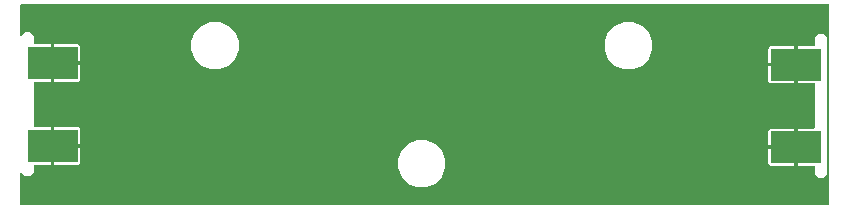
<source format=gbr>
G04 EAGLE Gerber RS-274X export*
G75*
%MOMM*%
%FSLAX34Y34*%
%LPD*%
%INBottom Copper*%
%IPPOS*%
%AMOC8*
5,1,8,0,0,1.08239X$1,22.5*%
G01*
%ADD10R,4.191000X2.667000*%

G36*
X689194Y5085D02*
X689194Y5085D01*
X689219Y5082D01*
X689314Y5104D01*
X689411Y5120D01*
X689432Y5132D01*
X689456Y5138D01*
X689540Y5189D01*
X689626Y5235D01*
X689643Y5253D01*
X689664Y5266D01*
X689726Y5342D01*
X689793Y5413D01*
X689803Y5436D01*
X689819Y5455D01*
X689853Y5546D01*
X689894Y5636D01*
X689896Y5660D01*
X689905Y5683D01*
X689919Y5830D01*
X689919Y174170D01*
X689915Y174194D01*
X689918Y174219D01*
X689896Y174314D01*
X689880Y174411D01*
X689868Y174432D01*
X689862Y174456D01*
X689811Y174540D01*
X689765Y174626D01*
X689747Y174643D01*
X689734Y174664D01*
X689658Y174726D01*
X689587Y174793D01*
X689564Y174803D01*
X689545Y174819D01*
X689454Y174853D01*
X689364Y174894D01*
X689340Y174896D01*
X689317Y174905D01*
X689170Y174919D01*
X5830Y174919D01*
X5806Y174915D01*
X5781Y174918D01*
X5686Y174896D01*
X5589Y174880D01*
X5568Y174868D01*
X5544Y174862D01*
X5460Y174811D01*
X5374Y174765D01*
X5357Y174747D01*
X5336Y174734D01*
X5274Y174658D01*
X5207Y174587D01*
X5197Y174564D01*
X5181Y174545D01*
X5147Y174454D01*
X5106Y174364D01*
X5104Y174340D01*
X5095Y174317D01*
X5081Y174170D01*
X5081Y148695D01*
X5093Y148622D01*
X5095Y148549D01*
X5112Y148503D01*
X5120Y148454D01*
X5155Y148389D01*
X5181Y148320D01*
X5212Y148282D01*
X5235Y148239D01*
X5289Y148189D01*
X5336Y148132D01*
X5377Y148106D01*
X5413Y148072D01*
X5480Y148042D01*
X5543Y148003D01*
X5591Y147992D01*
X5636Y147971D01*
X5709Y147964D01*
X5780Y147947D01*
X5829Y147952D01*
X5879Y147947D01*
X5950Y147964D01*
X6023Y147971D01*
X6068Y147991D01*
X6116Y148002D01*
X6179Y148041D01*
X6246Y148071D01*
X6302Y148118D01*
X6324Y148131D01*
X6334Y148144D01*
X6360Y148165D01*
X9326Y151131D01*
X13534Y151131D01*
X16511Y148154D01*
X16511Y141741D01*
X16515Y141717D01*
X16512Y141692D01*
X16534Y141597D01*
X16550Y141500D01*
X16562Y141479D01*
X16568Y141455D01*
X16619Y141371D01*
X16665Y141285D01*
X16683Y141268D01*
X16696Y141247D01*
X16772Y141185D01*
X16843Y141118D01*
X16866Y141108D01*
X16885Y141092D01*
X16976Y141058D01*
X17066Y141017D01*
X17090Y141015D01*
X17113Y141006D01*
X17260Y140992D01*
X31085Y140992D01*
X31085Y125866D01*
X31089Y125842D01*
X31086Y125818D01*
X31109Y125722D01*
X31125Y125625D01*
X31136Y125604D01*
X31142Y125580D01*
X31193Y125497D01*
X31240Y125410D01*
X31257Y125393D01*
X31270Y125373D01*
X31346Y125310D01*
X31418Y125243D01*
X31440Y125233D01*
X31459Y125218D01*
X31550Y125183D01*
X31640Y125142D01*
X31664Y125140D01*
X31687Y125131D01*
X31834Y125117D01*
X32585Y125117D01*
X32585Y125115D01*
X31834Y125115D01*
X31810Y125111D01*
X31786Y125114D01*
X31690Y125091D01*
X31593Y125075D01*
X31572Y125064D01*
X31548Y125058D01*
X31464Y125007D01*
X31378Y124960D01*
X31361Y124943D01*
X31341Y124930D01*
X31278Y124854D01*
X31211Y124782D01*
X31201Y124760D01*
X31186Y124741D01*
X31151Y124650D01*
X31110Y124560D01*
X31108Y124536D01*
X31099Y124513D01*
X31085Y124366D01*
X31085Y109240D01*
X17260Y109240D01*
X17236Y109236D01*
X17211Y109239D01*
X17116Y109217D01*
X17019Y109201D01*
X16998Y109189D01*
X16974Y109183D01*
X16890Y109132D01*
X16804Y109086D01*
X16787Y109068D01*
X16766Y109055D01*
X16704Y108979D01*
X16637Y108908D01*
X16627Y108885D01*
X16611Y108866D01*
X16577Y108775D01*
X16536Y108685D01*
X16534Y108661D01*
X16525Y108638D01*
X16511Y108491D01*
X16511Y71849D01*
X16515Y71825D01*
X16512Y71800D01*
X16534Y71705D01*
X16550Y71608D01*
X16562Y71587D01*
X16568Y71563D01*
X16619Y71479D01*
X16665Y71393D01*
X16683Y71376D01*
X16696Y71355D01*
X16772Y71293D01*
X16843Y71226D01*
X16866Y71216D01*
X16885Y71200D01*
X16976Y71166D01*
X17066Y71125D01*
X17090Y71123D01*
X17113Y71114D01*
X17260Y71100D01*
X31085Y71100D01*
X31085Y55974D01*
X31089Y55950D01*
X31086Y55926D01*
X31109Y55830D01*
X31125Y55733D01*
X31136Y55712D01*
X31142Y55688D01*
X31193Y55605D01*
X31240Y55518D01*
X31257Y55501D01*
X31270Y55481D01*
X31346Y55418D01*
X31418Y55351D01*
X31440Y55341D01*
X31459Y55326D01*
X31550Y55291D01*
X31640Y55250D01*
X31664Y55248D01*
X31687Y55239D01*
X31834Y55225D01*
X32585Y55225D01*
X32585Y55223D01*
X31834Y55223D01*
X31810Y55219D01*
X31786Y55222D01*
X31690Y55199D01*
X31593Y55183D01*
X31572Y55172D01*
X31548Y55166D01*
X31464Y55115D01*
X31378Y55068D01*
X31361Y55051D01*
X31341Y55038D01*
X31278Y54962D01*
X31211Y54890D01*
X31201Y54868D01*
X31186Y54849D01*
X31151Y54758D01*
X31110Y54668D01*
X31108Y54644D01*
X31099Y54621D01*
X31085Y54474D01*
X31085Y39348D01*
X17260Y39348D01*
X17236Y39344D01*
X17211Y39347D01*
X17116Y39325D01*
X17019Y39309D01*
X16998Y39297D01*
X16974Y39291D01*
X16890Y39240D01*
X16804Y39194D01*
X16787Y39176D01*
X16766Y39163D01*
X16704Y39087D01*
X16637Y39016D01*
X16627Y38993D01*
X16611Y38974D01*
X16577Y38883D01*
X16536Y38793D01*
X16534Y38769D01*
X16525Y38746D01*
X16511Y38599D01*
X16511Y32186D01*
X13534Y29209D01*
X9326Y29209D01*
X6360Y32175D01*
X6300Y32218D01*
X6246Y32268D01*
X6202Y32288D01*
X6161Y32317D01*
X6091Y32338D01*
X6024Y32369D01*
X5975Y32374D01*
X5928Y32388D01*
X5855Y32386D01*
X5781Y32393D01*
X5733Y32382D01*
X5684Y32380D01*
X5615Y32354D01*
X5544Y32338D01*
X5502Y32312D01*
X5456Y32294D01*
X5399Y32248D01*
X5336Y32209D01*
X5305Y32171D01*
X5267Y32140D01*
X5228Y32077D01*
X5181Y32020D01*
X5164Y31974D01*
X5138Y31932D01*
X5121Y31861D01*
X5095Y31792D01*
X5088Y31719D01*
X5082Y31695D01*
X5084Y31678D01*
X5081Y31645D01*
X5081Y5830D01*
X5085Y5806D01*
X5082Y5781D01*
X5104Y5686D01*
X5120Y5589D01*
X5132Y5568D01*
X5138Y5544D01*
X5189Y5460D01*
X5235Y5374D01*
X5253Y5357D01*
X5266Y5336D01*
X5342Y5274D01*
X5413Y5207D01*
X5436Y5197D01*
X5455Y5181D01*
X5546Y5147D01*
X5636Y5106D01*
X5660Y5104D01*
X5683Y5095D01*
X5830Y5081D01*
X689170Y5081D01*
X689194Y5085D01*
G37*
%LPC*%
G36*
X681156Y27939D02*
X681156Y27939D01*
X678179Y30916D01*
X678179Y37329D01*
X678177Y37342D01*
X678178Y37347D01*
X678176Y37356D01*
X678178Y37378D01*
X678156Y37473D01*
X678140Y37570D01*
X678128Y37591D01*
X678122Y37615D01*
X678071Y37699D01*
X678025Y37785D01*
X678007Y37802D01*
X677994Y37823D01*
X677918Y37885D01*
X677847Y37952D01*
X677824Y37962D01*
X677805Y37978D01*
X677714Y38012D01*
X677624Y38053D01*
X677600Y38055D01*
X677577Y38064D01*
X677430Y38078D01*
X663605Y38078D01*
X663605Y53204D01*
X663601Y53228D01*
X663604Y53252D01*
X663581Y53348D01*
X663565Y53445D01*
X663554Y53466D01*
X663548Y53490D01*
X663497Y53573D01*
X663450Y53660D01*
X663433Y53677D01*
X663420Y53697D01*
X663344Y53760D01*
X663272Y53827D01*
X663250Y53837D01*
X663231Y53852D01*
X663140Y53887D01*
X663050Y53928D01*
X663026Y53930D01*
X663003Y53939D01*
X662856Y53953D01*
X662105Y53953D01*
X662105Y53955D01*
X662856Y53955D01*
X662880Y53959D01*
X662904Y53956D01*
X663000Y53979D01*
X663097Y53995D01*
X663118Y54006D01*
X663142Y54012D01*
X663225Y54063D01*
X663312Y54110D01*
X663329Y54127D01*
X663349Y54140D01*
X663412Y54216D01*
X663479Y54288D01*
X663489Y54310D01*
X663504Y54329D01*
X663539Y54420D01*
X663580Y54510D01*
X663582Y54534D01*
X663591Y54557D01*
X663605Y54704D01*
X663605Y69830D01*
X677430Y69830D01*
X677454Y69834D01*
X677479Y69831D01*
X677574Y69853D01*
X677671Y69869D01*
X677692Y69881D01*
X677716Y69887D01*
X677800Y69938D01*
X677886Y69984D01*
X677903Y70002D01*
X677924Y70015D01*
X677986Y70091D01*
X678053Y70162D01*
X678063Y70185D01*
X678079Y70204D01*
X678113Y70295D01*
X678154Y70385D01*
X678156Y70409D01*
X678165Y70432D01*
X678179Y70579D01*
X678179Y107221D01*
X678175Y107245D01*
X678178Y107270D01*
X678156Y107365D01*
X678140Y107462D01*
X678128Y107483D01*
X678122Y107507D01*
X678071Y107591D01*
X678025Y107677D01*
X678007Y107694D01*
X677994Y107715D01*
X677918Y107777D01*
X677847Y107844D01*
X677824Y107854D01*
X677805Y107870D01*
X677714Y107904D01*
X677624Y107945D01*
X677600Y107947D01*
X677577Y107956D01*
X677430Y107970D01*
X663605Y107970D01*
X663605Y123096D01*
X663601Y123120D01*
X663604Y123144D01*
X663581Y123240D01*
X663565Y123337D01*
X663554Y123358D01*
X663548Y123382D01*
X663497Y123465D01*
X663450Y123552D01*
X663433Y123569D01*
X663420Y123589D01*
X663344Y123652D01*
X663272Y123719D01*
X663250Y123729D01*
X663231Y123744D01*
X663140Y123779D01*
X663050Y123820D01*
X663026Y123822D01*
X663003Y123831D01*
X662856Y123845D01*
X662105Y123845D01*
X662105Y123847D01*
X662856Y123847D01*
X662880Y123851D01*
X662904Y123848D01*
X663000Y123871D01*
X663097Y123887D01*
X663118Y123898D01*
X663142Y123904D01*
X663225Y123955D01*
X663312Y124002D01*
X663329Y124019D01*
X663349Y124032D01*
X663412Y124108D01*
X663479Y124180D01*
X663489Y124202D01*
X663504Y124221D01*
X663539Y124312D01*
X663580Y124402D01*
X663582Y124426D01*
X663591Y124449D01*
X663605Y124596D01*
X663605Y139722D01*
X677430Y139722D01*
X677454Y139726D01*
X677479Y139723D01*
X677574Y139745D01*
X677671Y139761D01*
X677692Y139773D01*
X677716Y139779D01*
X677800Y139830D01*
X677886Y139876D01*
X677903Y139894D01*
X677924Y139907D01*
X677986Y139983D01*
X678053Y140054D01*
X678063Y140077D01*
X678079Y140096D01*
X678113Y140187D01*
X678154Y140277D01*
X678156Y140301D01*
X678165Y140324D01*
X678179Y140471D01*
X678179Y146884D01*
X681156Y149861D01*
X685364Y149861D01*
X688341Y146884D01*
X688341Y30916D01*
X685364Y27939D01*
X681156Y27939D01*
G37*
%LPD*%
%LPC*%
G36*
X516006Y119919D02*
X516006Y119919D01*
X508625Y122976D01*
X502976Y128625D01*
X499919Y136006D01*
X499919Y143994D01*
X502976Y151375D01*
X508625Y157024D01*
X516006Y160081D01*
X523994Y160081D01*
X531375Y157024D01*
X537024Y151375D01*
X540081Y143994D01*
X540081Y136006D01*
X537024Y128625D01*
X531375Y122976D01*
X523994Y119919D01*
X516006Y119919D01*
G37*
%LPD*%
%LPC*%
G36*
X166006Y119919D02*
X166006Y119919D01*
X158625Y122976D01*
X152976Y128625D01*
X149919Y136006D01*
X149919Y143994D01*
X152976Y151375D01*
X158625Y157024D01*
X166006Y160081D01*
X173994Y160081D01*
X181375Y157024D01*
X187024Y151375D01*
X190081Y143994D01*
X190081Y136006D01*
X187024Y128625D01*
X181375Y122976D01*
X173994Y119919D01*
X166006Y119919D01*
G37*
%LPD*%
%LPC*%
G36*
X341006Y19919D02*
X341006Y19919D01*
X333625Y22976D01*
X327976Y28625D01*
X324919Y36006D01*
X324919Y43994D01*
X327976Y51375D01*
X333625Y57024D01*
X341006Y60081D01*
X348994Y60081D01*
X356375Y57024D01*
X362024Y51375D01*
X365081Y43994D01*
X365081Y36006D01*
X362024Y28625D01*
X356375Y22976D01*
X348994Y19919D01*
X341006Y19919D01*
G37*
%LPD*%
%LPC*%
G36*
X34083Y126615D02*
X34083Y126615D01*
X34083Y140992D01*
X53873Y140992D01*
X54520Y140819D01*
X55099Y140484D01*
X55572Y140011D01*
X55907Y139432D01*
X56080Y138785D01*
X56080Y126615D01*
X34083Y126615D01*
G37*
%LPD*%
%LPC*%
G36*
X34083Y56723D02*
X34083Y56723D01*
X34083Y71100D01*
X53873Y71100D01*
X54520Y70927D01*
X55099Y70592D01*
X55572Y70119D01*
X55907Y69540D01*
X56080Y68893D01*
X56080Y56723D01*
X34083Y56723D01*
G37*
%LPD*%
%LPC*%
G36*
X638610Y125345D02*
X638610Y125345D01*
X638610Y137515D01*
X638783Y138162D01*
X639118Y138741D01*
X639591Y139214D01*
X640170Y139549D01*
X640817Y139722D01*
X660607Y139722D01*
X660607Y125345D01*
X638610Y125345D01*
G37*
%LPD*%
%LPC*%
G36*
X638610Y55453D02*
X638610Y55453D01*
X638610Y67623D01*
X638783Y68270D01*
X639118Y68849D01*
X639591Y69322D01*
X640170Y69657D01*
X640817Y69830D01*
X660607Y69830D01*
X660607Y55453D01*
X638610Y55453D01*
G37*
%LPD*%
%LPC*%
G36*
X640817Y107970D02*
X640817Y107970D01*
X640170Y108143D01*
X639591Y108478D01*
X639118Y108951D01*
X638783Y109530D01*
X638610Y110177D01*
X638610Y122347D01*
X660607Y122347D01*
X660607Y107970D01*
X640817Y107970D01*
G37*
%LPD*%
%LPC*%
G36*
X640817Y38078D02*
X640817Y38078D01*
X640170Y38251D01*
X639591Y38586D01*
X639118Y39059D01*
X638783Y39638D01*
X638610Y40285D01*
X638610Y52455D01*
X660607Y52455D01*
X660607Y38078D01*
X640817Y38078D01*
G37*
%LPD*%
%LPC*%
G36*
X34083Y39348D02*
X34083Y39348D01*
X34083Y53725D01*
X56080Y53725D01*
X56080Y41555D01*
X55995Y41239D01*
X55907Y40908D01*
X55572Y40329D01*
X55099Y39856D01*
X54520Y39521D01*
X53873Y39348D01*
X34083Y39348D01*
G37*
%LPD*%
%LPC*%
G36*
X34083Y109240D02*
X34083Y109240D01*
X34083Y123617D01*
X56080Y123617D01*
X56080Y111447D01*
X55938Y110919D01*
X55907Y110800D01*
X55572Y110221D01*
X55099Y109748D01*
X54520Y109413D01*
X53873Y109240D01*
X34083Y109240D01*
G37*
%LPD*%
D10*
X32584Y55224D03*
X32584Y125116D03*
X662106Y123846D03*
X662106Y53954D03*
M02*

</source>
